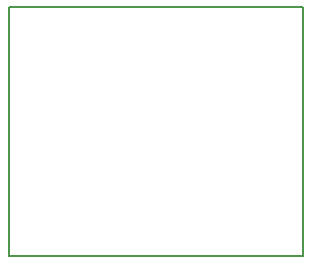
<source format=gm1>
G04 MADE WITH FRITZING*
G04 WWW.FRITZING.ORG*
G04 DOUBLE SIDED*
G04 HOLES PLATED*
G04 CONTOUR ON CENTER OF CONTOUR VECTOR*
%ASAXBY*%
%FSLAX23Y23*%
%MOIN*%
%OFA0B0*%
%SFA1.0B1.0*%
%ADD10R,0.988189X0.834646*%
%ADD11C,0.008000*%
%ADD10C,0.008*%
%LNCONTOUR*%
G90*
G70*
G54D10*
G54D11*
X4Y831D02*
X984Y831D01*
X984Y4D01*
X4Y4D01*
X4Y831D01*
D02*
G04 End of contour*
M02*
</source>
